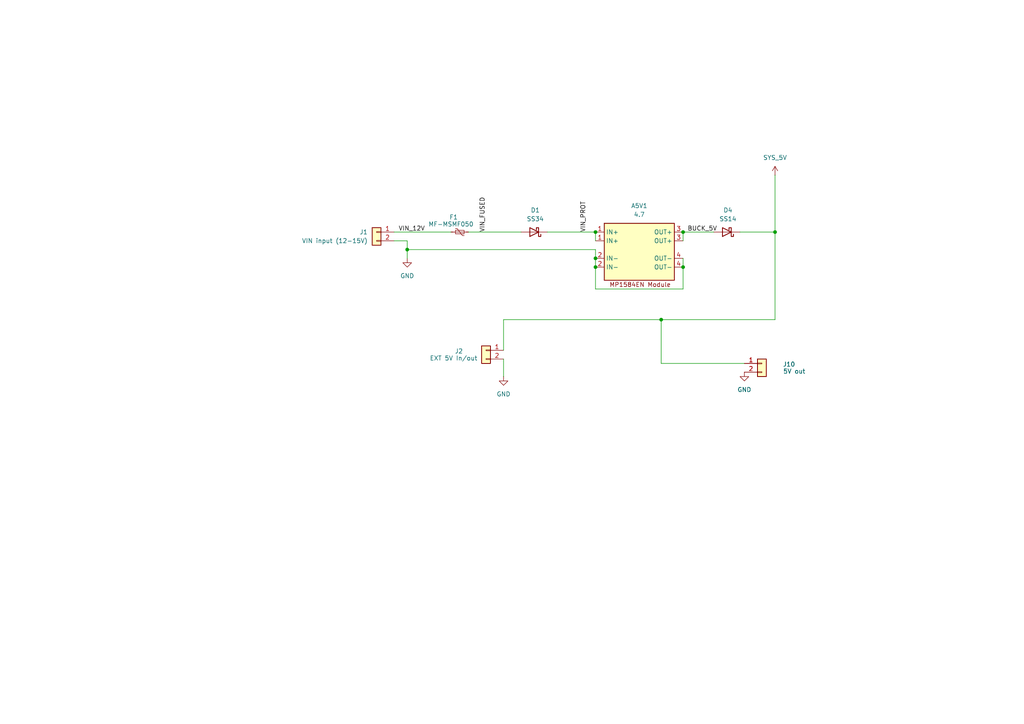
<source format=kicad_sch>
(kicad_sch
	(version 20250114)
	(generator "eeschema")
	(generator_version "9.0")
	(uuid "12ba045d-a1c2-4d90-b330-dc5da09bfddf")
	(paper "A4")
	(lib_symbols
		(symbol "Connector_Generic:Conn_01x02"
			(pin_names
				(offset 1.016)
				(hide yes)
			)
			(exclude_from_sim no)
			(in_bom yes)
			(on_board yes)
			(property "Reference" "J"
				(at 0 2.54 0)
				(effects
					(font
						(size 1.27 1.27)
					)
				)
			)
			(property "Value" "Conn_01x02"
				(at 0 -5.08 0)
				(effects
					(font
						(size 1.27 1.27)
					)
				)
			)
			(property "Footprint" ""
				(at 0 0 0)
				(effects
					(font
						(size 1.27 1.27)
					)
					(hide yes)
				)
			)
			(property "Datasheet" "~"
				(at 0 0 0)
				(effects
					(font
						(size 1.27 1.27)
					)
					(hide yes)
				)
			)
			(property "Description" "Generic connector, single row, 01x02, script generated (kicad-library-utils/schlib/autogen/connector/)"
				(at 0 0 0)
				(effects
					(font
						(size 1.27 1.27)
					)
					(hide yes)
				)
			)
			(property "ki_keywords" "connector"
				(at 0 0 0)
				(effects
					(font
						(size 1.27 1.27)
					)
					(hide yes)
				)
			)
			(property "ki_fp_filters" "Connector*:*_1x??_*"
				(at 0 0 0)
				(effects
					(font
						(size 1.27 1.27)
					)
					(hide yes)
				)
			)
			(symbol "Conn_01x02_1_1"
				(rectangle
					(start -1.27 1.27)
					(end 1.27 -3.81)
					(stroke
						(width 0.254)
						(type default)
					)
					(fill
						(type background)
					)
				)
				(rectangle
					(start -1.27 0.127)
					(end 0 -0.127)
					(stroke
						(width 0.1524)
						(type default)
					)
					(fill
						(type none)
					)
				)
				(rectangle
					(start -1.27 -2.413)
					(end 0 -2.667)
					(stroke
						(width 0.1524)
						(type default)
					)
					(fill
						(type none)
					)
				)
				(pin passive line
					(at -5.08 0 0)
					(length 3.81)
					(name "Pin_1"
						(effects
							(font
								(size 1.27 1.27)
							)
						)
					)
					(number "1"
						(effects
							(font
								(size 1.27 1.27)
							)
						)
					)
				)
				(pin passive line
					(at -5.08 -2.54 0)
					(length 3.81)
					(name "Pin_2"
						(effects
							(font
								(size 1.27 1.27)
							)
						)
					)
					(number "2"
						(effects
							(font
								(size 1.27 1.27)
							)
						)
					)
				)
			)
			(embedded_fonts no)
		)
		(symbol "Custom_Library:MP1584"
			(exclude_from_sim no)
			(in_bom yes)
			(on_board yes)
			(property "Reference" "A5V1"
				(at -10.16 2.54 0)
				(effects
					(font
						(size 1.27 1.27)
					)
				)
			)
			(property "Value" "4.7"
				(at -10.16 0 0)
				(effects
					(font
						(size 1.27 1.27)
					)
				)
			)
			(property "Footprint" "CustomLibrary:MP1584EN_Module"
				(at -8.636 -20.828 0)
				(effects
					(font
						(size 1.27 1.27)
					)
					(hide yes)
				)
			)
			(property "Datasheet" ""
				(at 0 0 0)
				(effects
					(font
						(size 1.27 1.27)
					)
					(hide yes)
				)
			)
			(property "Description" ""
				(at 0 0 0)
				(effects
					(font
						(size 1.27 1.27)
					)
					(hide yes)
				)
			)
			(property "Sim.Device" "V"
				(at 0 0 0)
				(effects
					(font
						(size 1.27 1.27)
					)
					(hide yes)
				)
			)
			(property "Sim.Type" "DC"
				(at 0 0 0)
				(effects
					(font
						(size 1.27 1.27)
					)
					(hide yes)
				)
			)
			(property "Sim.Pins" "3=+ 4=-"
				(at 0 0 0)
				(effects
					(font
						(size 1.27 1.27)
					)
					(hide yes)
				)
			)
			(symbol "MP1584_0_1"
				(rectangle
					(start -20.32 -1.27)
					(end 0 -17.78)
					(stroke
						(width 0.254)
						(type default)
					)
					(fill
						(type background)
					)
				)
			)
			(symbol "MP1584_1_1"
				(text "MP1584EN Module"
					(at -9.906 -19.05 0)
					(effects
						(font
							(size 1.27 1.27)
						)
					)
				)
				(pin power_in line
					(at -22.86 -3.81 0)
					(length 2.54)
					(name "IN+"
						(effects
							(font
								(size 1.27 1.27)
							)
						)
					)
					(number "1"
						(effects
							(font
								(size 1.27 1.27)
							)
						)
					)
				)
				(pin power_in line
					(at -22.86 -6.35 0)
					(length 2.54)
					(name "IN+"
						(effects
							(font
								(size 1.27 1.27)
							)
						)
					)
					(number "1"
						(effects
							(font
								(size 1.27 1.27)
							)
						)
					)
				)
				(pin power_in line
					(at -22.86 -11.43 0)
					(length 2.54)
					(name "IN-"
						(effects
							(font
								(size 1.27 1.27)
							)
						)
					)
					(number "2"
						(effects
							(font
								(size 1.27 1.27)
							)
						)
					)
				)
				(pin power_in line
					(at -22.86 -13.97 0)
					(length 2.54)
					(name "IN-"
						(effects
							(font
								(size 1.27 1.27)
							)
						)
					)
					(number "2"
						(effects
							(font
								(size 1.27 1.27)
							)
						)
					)
				)
				(pin power_out line
					(at 2.54 -3.81 180)
					(length 2.54)
					(name "OUT+"
						(effects
							(font
								(size 1.27 1.27)
							)
						)
					)
					(number "3"
						(effects
							(font
								(size 1.27 1.27)
							)
						)
					)
				)
				(pin power_out line
					(at 2.54 -6.35 180)
					(length 2.54)
					(name "OUT+"
						(effects
							(font
								(size 1.27 1.27)
							)
						)
					)
					(number "3"
						(effects
							(font
								(size 1.27 1.27)
							)
						)
					)
				)
				(pin power_out line
					(at 2.54 -11.43 180)
					(length 2.54)
					(name "OUT-"
						(effects
							(font
								(size 1.27 1.27)
							)
						)
					)
					(number "4"
						(effects
							(font
								(size 1.27 1.27)
							)
						)
					)
				)
				(pin power_out line
					(at 2.54 -13.97 180)
					(length 2.54)
					(name "OUT-"
						(effects
							(font
								(size 1.27 1.27)
							)
						)
					)
					(number "4"
						(effects
							(font
								(size 1.27 1.27)
							)
						)
					)
				)
			)
			(embedded_fonts no)
		)
		(symbol "Device:Polyfuse_Small"
			(pin_numbers
				(hide yes)
			)
			(pin_names
				(offset 0)
			)
			(exclude_from_sim no)
			(in_bom yes)
			(on_board yes)
			(property "Reference" "F"
				(at -1.905 0 90)
				(effects
					(font
						(size 1.27 1.27)
					)
				)
			)
			(property "Value" "Polyfuse_Small"
				(at 1.905 0 90)
				(effects
					(font
						(size 1.27 1.27)
					)
				)
			)
			(property "Footprint" ""
				(at 1.27 -5.08 0)
				(effects
					(font
						(size 1.27 1.27)
					)
					(justify left)
					(hide yes)
				)
			)
			(property "Datasheet" "~"
				(at 0 0 0)
				(effects
					(font
						(size 1.27 1.27)
					)
					(hide yes)
				)
			)
			(property "Description" "Resettable fuse, polymeric positive temperature coefficient, small symbol"
				(at 0 0 0)
				(effects
					(font
						(size 1.27 1.27)
					)
					(hide yes)
				)
			)
			(property "ki_keywords" "resettable fuse PTC PPTC polyfuse polyswitch"
				(at 0 0 0)
				(effects
					(font
						(size 1.27 1.27)
					)
					(hide yes)
				)
			)
			(property "ki_fp_filters" "*polyfuse* *PTC*"
				(at 0 0 0)
				(effects
					(font
						(size 1.27 1.27)
					)
					(hide yes)
				)
			)
			(symbol "Polyfuse_Small_0_1"
				(polyline
					(pts
						(xy -1.016 1.27) (xy -1.016 0.762) (xy 1.016 -0.762) (xy 1.016 -1.27)
					)
					(stroke
						(width 0)
						(type default)
					)
					(fill
						(type none)
					)
				)
				(rectangle
					(start -0.508 1.27)
					(end 0.508 -1.27)
					(stroke
						(width 0)
						(type default)
					)
					(fill
						(type none)
					)
				)
				(polyline
					(pts
						(xy 0 2.54) (xy 0 -2.54)
					)
					(stroke
						(width 0)
						(type default)
					)
					(fill
						(type none)
					)
				)
			)
			(symbol "Polyfuse_Small_1_1"
				(pin passive line
					(at 0 2.54 270)
					(length 0.635)
					(name "~"
						(effects
							(font
								(size 1.27 1.27)
							)
						)
					)
					(number "1"
						(effects
							(font
								(size 1.27 1.27)
							)
						)
					)
				)
				(pin passive line
					(at 0 -2.54 90)
					(length 0.635)
					(name "~"
						(effects
							(font
								(size 1.27 1.27)
							)
						)
					)
					(number "2"
						(effects
							(font
								(size 1.27 1.27)
							)
						)
					)
				)
			)
			(embedded_fonts no)
		)
		(symbol "Diode:SS14"
			(pin_numbers
				(hide yes)
			)
			(pin_names
				(offset 1.016)
				(hide yes)
			)
			(exclude_from_sim no)
			(in_bom yes)
			(on_board yes)
			(property "Reference" "D"
				(at 0 2.54 0)
				(effects
					(font
						(size 1.27 1.27)
					)
				)
			)
			(property "Value" "SS14"
				(at 0 -2.54 0)
				(effects
					(font
						(size 1.27 1.27)
					)
				)
			)
			(property "Footprint" "Diode_SMD:D_SMA"
				(at 0 -4.445 0)
				(effects
					(font
						(size 1.27 1.27)
					)
					(hide yes)
				)
			)
			(property "Datasheet" "https://www.vishay.com/docs/88746/ss12.pdf"
				(at 0 0 0)
				(effects
					(font
						(size 1.27 1.27)
					)
					(hide yes)
				)
			)
			(property "Description" "40V 1A Schottky Diode, SMA"
				(at 0 0 0)
				(effects
					(font
						(size 1.27 1.27)
					)
					(hide yes)
				)
			)
			(property "ki_keywords" "diode Schottky"
				(at 0 0 0)
				(effects
					(font
						(size 1.27 1.27)
					)
					(hide yes)
				)
			)
			(property "ki_fp_filters" "D*SMA*"
				(at 0 0 0)
				(effects
					(font
						(size 1.27 1.27)
					)
					(hide yes)
				)
			)
			(symbol "SS14_0_1"
				(polyline
					(pts
						(xy -1.905 0.635) (xy -1.905 1.27) (xy -1.27 1.27) (xy -1.27 -1.27) (xy -0.635 -1.27) (xy -0.635 -0.635)
					)
					(stroke
						(width 0.254)
						(type default)
					)
					(fill
						(type none)
					)
				)
				(polyline
					(pts
						(xy 1.27 1.27) (xy 1.27 -1.27) (xy -1.27 0) (xy 1.27 1.27)
					)
					(stroke
						(width 0.254)
						(type default)
					)
					(fill
						(type none)
					)
				)
				(polyline
					(pts
						(xy 1.27 0) (xy -1.27 0)
					)
					(stroke
						(width 0)
						(type default)
					)
					(fill
						(type none)
					)
				)
			)
			(symbol "SS14_1_1"
				(pin passive line
					(at -3.81 0 0)
					(length 2.54)
					(name "K"
						(effects
							(font
								(size 1.27 1.27)
							)
						)
					)
					(number "1"
						(effects
							(font
								(size 1.27 1.27)
							)
						)
					)
				)
				(pin passive line
					(at 3.81 0 180)
					(length 2.54)
					(name "A"
						(effects
							(font
								(size 1.27 1.27)
							)
						)
					)
					(number "2"
						(effects
							(font
								(size 1.27 1.27)
							)
						)
					)
				)
			)
			(embedded_fonts no)
		)
		(symbol "Diode:SS34"
			(pin_numbers
				(hide yes)
			)
			(pin_names
				(offset 1.016)
				(hide yes)
			)
			(exclude_from_sim no)
			(in_bom yes)
			(on_board yes)
			(property "Reference" "D"
				(at 0 2.54 0)
				(effects
					(font
						(size 1.27 1.27)
					)
				)
			)
			(property "Value" "SS34"
				(at 0 -2.54 0)
				(effects
					(font
						(size 1.27 1.27)
					)
				)
			)
			(property "Footprint" "Diode_SMD:D_SMA"
				(at 0 -4.445 0)
				(effects
					(font
						(size 1.27 1.27)
					)
					(hide yes)
				)
			)
			(property "Datasheet" "https://www.vishay.com/docs/88751/ss32.pdf"
				(at 0 0 0)
				(effects
					(font
						(size 1.27 1.27)
					)
					(hide yes)
				)
			)
			(property "Description" "40V 3A Schottky Diode, SMA"
				(at 0 0 0)
				(effects
					(font
						(size 1.27 1.27)
					)
					(hide yes)
				)
			)
			(property "ki_keywords" "diode Schottky"
				(at 0 0 0)
				(effects
					(font
						(size 1.27 1.27)
					)
					(hide yes)
				)
			)
			(property "ki_fp_filters" "D*SMA*"
				(at 0 0 0)
				(effects
					(font
						(size 1.27 1.27)
					)
					(hide yes)
				)
			)
			(symbol "SS34_0_1"
				(polyline
					(pts
						(xy -1.905 0.635) (xy -1.905 1.27) (xy -1.27 1.27) (xy -1.27 -1.27) (xy -0.635 -1.27) (xy -0.635 -0.635)
					)
					(stroke
						(width 0.254)
						(type default)
					)
					(fill
						(type none)
					)
				)
				(polyline
					(pts
						(xy 1.27 1.27) (xy 1.27 -1.27) (xy -1.27 0) (xy 1.27 1.27)
					)
					(stroke
						(width 0.254)
						(type default)
					)
					(fill
						(type none)
					)
				)
				(polyline
					(pts
						(xy 1.27 0) (xy -1.27 0)
					)
					(stroke
						(width 0)
						(type default)
					)
					(fill
						(type none)
					)
				)
			)
			(symbol "SS34_1_1"
				(pin passive line
					(at -3.81 0 0)
					(length 2.54)
					(name "K"
						(effects
							(font
								(size 1.27 1.27)
							)
						)
					)
					(number "1"
						(effects
							(font
								(size 1.27 1.27)
							)
						)
					)
				)
				(pin passive line
					(at 3.81 0 180)
					(length 2.54)
					(name "A"
						(effects
							(font
								(size 1.27 1.27)
							)
						)
					)
					(number "2"
						(effects
							(font
								(size 1.27 1.27)
							)
						)
					)
				)
			)
			(embedded_fonts no)
		)
		(symbol "power:+5V"
			(power)
			(pin_numbers
				(hide yes)
			)
			(pin_names
				(offset 0)
				(hide yes)
			)
			(exclude_from_sim no)
			(in_bom yes)
			(on_board yes)
			(property "Reference" "#PWR"
				(at 0 -3.81 0)
				(effects
					(font
						(size 1.27 1.27)
					)
					(hide yes)
				)
			)
			(property "Value" "+5V"
				(at 0 3.556 0)
				(effects
					(font
						(size 1.27 1.27)
					)
				)
			)
			(property "Footprint" ""
				(at 0 0 0)
				(effects
					(font
						(size 1.27 1.27)
					)
					(hide yes)
				)
			)
			(property "Datasheet" ""
				(at 0 0 0)
				(effects
					(font
						(size 1.27 1.27)
					)
					(hide yes)
				)
			)
			(property "Description" "Power symbol creates a global label with name \"+5V\""
				(at 0 0 0)
				(effects
					(font
						(size 1.27 1.27)
					)
					(hide yes)
				)
			)
			(property "ki_keywords" "global power"
				(at 0 0 0)
				(effects
					(font
						(size 1.27 1.27)
					)
					(hide yes)
				)
			)
			(symbol "+5V_0_1"
				(polyline
					(pts
						(xy -0.762 1.27) (xy 0 2.54)
					)
					(stroke
						(width 0)
						(type default)
					)
					(fill
						(type none)
					)
				)
				(polyline
					(pts
						(xy 0 2.54) (xy 0.762 1.27)
					)
					(stroke
						(width 0)
						(type default)
					)
					(fill
						(type none)
					)
				)
				(polyline
					(pts
						(xy 0 0) (xy 0 2.54)
					)
					(stroke
						(width 0)
						(type default)
					)
					(fill
						(type none)
					)
				)
			)
			(symbol "+5V_1_1"
				(pin power_in line
					(at 0 0 90)
					(length 0)
					(name "~"
						(effects
							(font
								(size 1.27 1.27)
							)
						)
					)
					(number "1"
						(effects
							(font
								(size 1.27 1.27)
							)
						)
					)
				)
			)
			(embedded_fonts no)
		)
		(symbol "power:GND"
			(power)
			(pin_numbers
				(hide yes)
			)
			(pin_names
				(offset 0)
				(hide yes)
			)
			(exclude_from_sim no)
			(in_bom yes)
			(on_board yes)
			(property "Reference" "#PWR"
				(at 0 -6.35 0)
				(effects
					(font
						(size 1.27 1.27)
					)
					(hide yes)
				)
			)
			(property "Value" "GND"
				(at 0 -3.81 0)
				(effects
					(font
						(size 1.27 1.27)
					)
				)
			)
			(property "Footprint" ""
				(at 0 0 0)
				(effects
					(font
						(size 1.27 1.27)
					)
					(hide yes)
				)
			)
			(property "Datasheet" ""
				(at 0 0 0)
				(effects
					(font
						(size 1.27 1.27)
					)
					(hide yes)
				)
			)
			(property "Description" "Power symbol creates a global label with name \"GND\" , ground"
				(at 0 0 0)
				(effects
					(font
						(size 1.27 1.27)
					)
					(hide yes)
				)
			)
			(property "ki_keywords" "global power"
				(at 0 0 0)
				(effects
					(font
						(size 1.27 1.27)
					)
					(hide yes)
				)
			)
			(symbol "GND_0_1"
				(polyline
					(pts
						(xy 0 0) (xy 0 -1.27) (xy 1.27 -1.27) (xy 0 -2.54) (xy -1.27 -1.27) (xy 0 -1.27)
					)
					(stroke
						(width 0)
						(type default)
					)
					(fill
						(type none)
					)
				)
			)
			(symbol "GND_1_1"
				(pin power_in line
					(at 0 0 270)
					(length 0)
					(name "~"
						(effects
							(font
								(size 1.27 1.27)
							)
						)
					)
					(number "1"
						(effects
							(font
								(size 1.27 1.27)
							)
						)
					)
				)
			)
			(embedded_fonts no)
		)
	)
	(junction
		(at 118.11 72.39)
		(diameter 0)
		(color 0 0 0 0)
		(uuid "0e527250-c9d2-49ac-9a57-ff789a55f0b5")
	)
	(junction
		(at 224.79 67.31)
		(diameter 0)
		(color 0 0 0 0)
		(uuid "657a9a8a-2616-470f-a6d2-8b4099f1d7a6")
	)
	(junction
		(at 198.12 67.31)
		(diameter 0)
		(color 0 0 0 0)
		(uuid "9cbb5fa5-80a0-42f8-9080-aefaf2fb42c4")
	)
	(junction
		(at 191.77 92.71)
		(diameter 0)
		(color 0 0 0 0)
		(uuid "a0460ab1-9509-41d2-8359-eac67ae12496")
	)
	(junction
		(at 172.72 74.93)
		(diameter 0)
		(color 0 0 0 0)
		(uuid "bf688304-de43-486c-84f0-551b31ae0cd6")
	)
	(junction
		(at 172.72 77.47)
		(diameter 0)
		(color 0 0 0 0)
		(uuid "cdf778c9-dd0e-4b8c-a930-376e4d748654")
	)
	(junction
		(at 172.72 67.31)
		(diameter 0)
		(color 0 0 0 0)
		(uuid "d9df46cc-a869-4b87-a8ed-44d53579e77b")
	)
	(junction
		(at 198.12 77.47)
		(diameter 0)
		(color 0 0 0 0)
		(uuid "e8828630-4a56-4ac7-a90b-99860b09b5a5")
	)
	(wire
		(pts
			(xy 172.72 83.82) (xy 172.72 77.47)
		)
		(stroke
			(width 0)
			(type default)
		)
		(uuid "15456ccd-62f1-4845-bce3-2815bcb0ad1a")
	)
	(wire
		(pts
			(xy 224.79 50.8) (xy 224.79 67.31)
		)
		(stroke
			(width 0)
			(type default)
		)
		(uuid "15807312-324f-41d8-bc3d-3920a38198e3")
	)
	(wire
		(pts
			(xy 172.72 72.39) (xy 118.11 72.39)
		)
		(stroke
			(width 0)
			(type default)
		)
		(uuid "1abe4a2d-a6fb-4878-ab77-6c70daa443f0")
	)
	(wire
		(pts
			(xy 198.12 74.93) (xy 198.12 77.47)
		)
		(stroke
			(width 0)
			(type default)
		)
		(uuid "33c6a107-7b80-4f5a-8fb0-d6b8c47f36b9")
	)
	(wire
		(pts
			(xy 135.89 67.31) (xy 151.13 67.31)
		)
		(stroke
			(width 0)
			(type default)
		)
		(uuid "41c682e9-61a9-4370-8abb-ded22b40145b")
	)
	(wire
		(pts
			(xy 191.77 92.71) (xy 191.77 105.41)
		)
		(stroke
			(width 0)
			(type default)
		)
		(uuid "44921bda-57ba-41b3-a004-5ba4ca914312")
	)
	(wire
		(pts
			(xy 118.11 69.85) (xy 114.3 69.85)
		)
		(stroke
			(width 0)
			(type default)
		)
		(uuid "4bf7bee9-f29f-4086-9b0c-c09e94988399")
	)
	(wire
		(pts
			(xy 198.12 67.31) (xy 207.01 67.31)
		)
		(stroke
			(width 0)
			(type default)
		)
		(uuid "4f6a5f65-ab7d-45de-9652-4ddb065dd597")
	)
	(wire
		(pts
			(xy 224.79 67.31) (xy 224.79 92.71)
		)
		(stroke
			(width 0)
			(type default)
		)
		(uuid "5b498479-6cd8-47bf-8e78-078030d989df")
	)
	(wire
		(pts
			(xy 172.72 67.31) (xy 172.72 69.85)
		)
		(stroke
			(width 0)
			(type default)
		)
		(uuid "5ff78c03-3248-4bd6-a0b5-1ddb6aa5c9b3")
	)
	(wire
		(pts
			(xy 172.72 74.93) (xy 172.72 72.39)
		)
		(stroke
			(width 0)
			(type default)
		)
		(uuid "64b495d9-4c0e-4fe2-8ae0-239abd19adfe")
	)
	(wire
		(pts
			(xy 146.05 109.22) (xy 146.05 104.14)
		)
		(stroke
			(width 0)
			(type default)
		)
		(uuid "733d1963-f322-4e12-8c48-ffdbd683e013")
	)
	(wire
		(pts
			(xy 191.77 105.41) (xy 215.9 105.41)
		)
		(stroke
			(width 0)
			(type default)
		)
		(uuid "8476a650-1122-4d11-be15-30865d2429cb")
	)
	(wire
		(pts
			(xy 118.11 74.93) (xy 118.11 72.39)
		)
		(stroke
			(width 0)
			(type default)
		)
		(uuid "8c9fbc34-7c5b-451c-aea4-4a4df35acb50")
	)
	(wire
		(pts
			(xy 172.72 77.47) (xy 172.72 74.93)
		)
		(stroke
			(width 0)
			(type default)
		)
		(uuid "986870d6-0f7a-418a-bd83-f75174ee0061")
	)
	(wire
		(pts
			(xy 214.63 67.31) (xy 224.79 67.31)
		)
		(stroke
			(width 0)
			(type default)
		)
		(uuid "9b2dbf78-304f-492b-8f66-4f0f34b54b04")
	)
	(wire
		(pts
			(xy 198.12 83.82) (xy 172.72 83.82)
		)
		(stroke
			(width 0)
			(type default)
		)
		(uuid "b07d3f7b-1e99-4756-8b77-e9fa3b5e9275")
	)
	(wire
		(pts
			(xy 158.75 67.31) (xy 172.72 67.31)
		)
		(stroke
			(width 0)
			(type default)
		)
		(uuid "b359442c-4079-4911-beb2-eecc3c1b3f5d")
	)
	(wire
		(pts
			(xy 191.77 92.71) (xy 224.79 92.71)
		)
		(stroke
			(width 0)
			(type default)
		)
		(uuid "b84a96cf-996c-4552-a4f4-adb58543a0c2")
	)
	(wire
		(pts
			(xy 198.12 67.31) (xy 198.12 69.85)
		)
		(stroke
			(width 0)
			(type default)
		)
		(uuid "ca16452d-3d1b-45e0-a676-96c2967efcfc")
	)
	(wire
		(pts
			(xy 198.12 77.47) (xy 198.12 83.82)
		)
		(stroke
			(width 0)
			(type default)
		)
		(uuid "cbae580c-85d6-4f6b-95ca-9334aa940812")
	)
	(wire
		(pts
			(xy 114.3 67.31) (xy 130.81 67.31)
		)
		(stroke
			(width 0)
			(type default)
		)
		(uuid "dc0c76ec-4ef7-4816-88e5-fd935bdf3160")
	)
	(wire
		(pts
			(xy 146.05 92.71) (xy 191.77 92.71)
		)
		(stroke
			(width 0)
			(type default)
		)
		(uuid "e192dad0-ce1e-4faf-bae7-f3a687cd7aca")
	)
	(wire
		(pts
			(xy 118.11 72.39) (xy 118.11 69.85)
		)
		(stroke
			(width 0)
			(type default)
		)
		(uuid "f4f26e3a-a5ba-423d-98bc-3808f5f11b59")
	)
	(wire
		(pts
			(xy 146.05 101.6) (xy 146.05 92.71)
		)
		(stroke
			(width 0)
			(type default)
		)
		(uuid "f55d5724-3559-4ce4-ad9c-1fa1950b94fb")
	)
	(label "VIN_FUSED"
		(at 140.97 67.31 90)
		(effects
			(font
				(size 1.27 1.27)
			)
			(justify left bottom)
		)
		(uuid "5debd9ad-a2fd-41ae-958b-0bdc0dc79697")
	)
	(label "BUCK_5V"
		(at 199.39 67.31 0)
		(effects
			(font
				(size 1.27 1.27)
			)
			(justify left bottom)
		)
		(uuid "8bfa5497-e2cf-40d0-90d9-8668f8f90377")
	)
	(label "VIN_PROT"
		(at 170.18 67.31 90)
		(effects
			(font
				(size 1.27 1.27)
			)
			(justify left bottom)
		)
		(uuid "9702566b-418f-444a-9beb-e66ce958e0c6")
	)
	(label "VIN_12V"
		(at 115.57 67.31 0)
		(effects
			(font
				(size 1.27 1.27)
			)
			(justify left bottom)
		)
		(uuid "9db0dc54-1950-47f5-8808-1ce8828ef833")
	)
	(symbol
		(lib_id "power:GND")
		(at 146.05 109.22 0)
		(mirror y)
		(unit 1)
		(exclude_from_sim no)
		(in_bom yes)
		(on_board yes)
		(dnp no)
		(fields_autoplaced yes)
		(uuid "059ed3f9-40b4-4850-9c26-9a5c27e432e5")
		(property "Reference" "#PWR04"
			(at 146.05 115.57 0)
			(effects
				(font
					(size 1.27 1.27)
				)
				(hide yes)
			)
		)
		(property "Value" "GND"
			(at 146.05 114.3 0)
			(effects
				(font
					(size 1.27 1.27)
				)
			)
		)
		(property "Footprint" ""
			(at 146.05 109.22 0)
			(effects
				(font
					(size 1.27 1.27)
				)
				(hide yes)
			)
		)
		(property "Datasheet" ""
			(at 146.05 109.22 0)
			(effects
				(font
					(size 1.27 1.27)
				)
				(hide yes)
			)
		)
		(property "Description" "Power symbol creates a global label with name \"GND\" , ground"
			(at 146.05 109.22 0)
			(effects
				(font
					(size 1.27 1.27)
				)
				(hide yes)
			)
		)
		(pin "1"
			(uuid "df6b5d29-b64c-4f42-b235-242ccb474055")
		)
		(instances
			(project "OrganUniversalMCUboard"
				(path "/941f81de-fb37-4087-b582-01c965c3f0ac/e43290ae-4e13-4f1c-8127-3c8091e43458"
					(reference "#PWR04")
					(unit 1)
				)
			)
		)
	)
	(symbol
		(lib_id "Connector_Generic:Conn_01x02")
		(at 109.22 67.31 0)
		(mirror y)
		(unit 1)
		(exclude_from_sim no)
		(in_bom yes)
		(on_board yes)
		(dnp no)
		(fields_autoplaced yes)
		(uuid "3ce343bb-fcdf-418b-a2ca-15f6b5e2ffcf")
		(property "Reference" "J1"
			(at 106.68 67.3099 0)
			(effects
				(font
					(size 1.27 1.27)
				)
				(justify left)
			)
		)
		(property "Value" "VIN input (12-15V)"
			(at 106.68 69.8499 0)
			(effects
				(font
					(size 1.27 1.27)
				)
				(justify left)
			)
		)
		(property "Footprint" "Connector_JST:JST_PH_B2B-PH-K_1x02_P2.00mm_Vertical"
			(at 109.22 67.31 0)
			(effects
				(font
					(size 1.27 1.27)
				)
				(hide yes)
			)
		)
		(property "Datasheet" "~"
			(at 109.22 67.31 0)
			(effects
				(font
					(size 1.27 1.27)
				)
				(hide yes)
			)
		)
		(property "Description" "Generic connector, single row, 01x02, script generated (kicad-library-utils/schlib/autogen/connector/)"
			(at 109.22 67.31 0)
			(effects
				(font
					(size 1.27 1.27)
				)
				(hide yes)
			)
		)
		(pin "2"
			(uuid "db1ab206-f865-4070-85c3-9b63a432b8b0")
		)
		(pin "1"
			(uuid "518108e7-f9bc-46a2-b755-d851e68fae39")
		)
		(instances
			(project "OrganUniversalMCUboard"
				(path "/941f81de-fb37-4087-b582-01c965c3f0ac/e43290ae-4e13-4f1c-8127-3c8091e43458"
					(reference "J1")
					(unit 1)
				)
			)
		)
	)
	(symbol
		(lib_id "Connector_Generic:Conn_01x02")
		(at 220.98 105.41 0)
		(unit 1)
		(exclude_from_sim no)
		(in_bom yes)
		(on_board yes)
		(dnp no)
		(uuid "584d223d-7579-49ca-bf09-1d197926ca8b")
		(property "Reference" "J10"
			(at 228.854 105.664 0)
			(effects
				(font
					(size 1.27 1.27)
				)
			)
		)
		(property "Value" "5V out"
			(at 230.378 107.696 0)
			(effects
				(font
					(size 1.27 1.27)
				)
			)
		)
		(property "Footprint" "Connector_JST:JST_PH_B2B-PH-K_1x02_P2.00mm_Vertical"
			(at 220.98 105.41 0)
			(effects
				(font
					(size 1.27 1.27)
				)
				(hide yes)
			)
		)
		(property "Datasheet" "~"
			(at 220.98 105.41 0)
			(effects
				(font
					(size 1.27 1.27)
				)
				(hide yes)
			)
		)
		(property "Description" "Generic connector, single row, 01x02, script generated (kicad-library-utils/schlib/autogen/connector/)"
			(at 220.98 105.41 0)
			(effects
				(font
					(size 1.27 1.27)
				)
				(hide yes)
			)
		)
		(pin "2"
			(uuid "559edcaa-b075-4654-94a3-6bf6c243273c")
		)
		(pin "1"
			(uuid "07a4e82a-bb0a-420b-bfcd-bfe1b009695a")
		)
		(instances
			(project "OrganUniversalMCUboard"
				(path "/941f81de-fb37-4087-b582-01c965c3f0ac/e43290ae-4e13-4f1c-8127-3c8091e43458"
					(reference "J10")
					(unit 1)
				)
			)
		)
	)
	(symbol
		(lib_id "Device:Polyfuse_Small")
		(at 133.35 67.31 270)
		(mirror x)
		(unit 1)
		(exclude_from_sim no)
		(in_bom yes)
		(on_board yes)
		(dnp no)
		(uuid "7968d9af-1e40-4b7d-aa0f-462168e058b9")
		(property "Reference" "F1"
			(at 131.572 62.992 90)
			(effects
				(font
					(size 1.27 1.27)
				)
			)
		)
		(property "Value" "MF-MSMF050"
			(at 130.81 65.024 90)
			(effects
				(font
					(size 1.27 1.27)
				)
			)
		)
		(property "Footprint" "Fuse:Fuse_1812_4532Metric"
			(at 128.27 66.04 0)
			(effects
				(font
					(size 1.27 1.27)
				)
				(justify left)
				(hide yes)
			)
		)
		(property "Datasheet" "~"
			(at 133.35 67.31 0)
			(effects
				(font
					(size 1.27 1.27)
				)
				(hide yes)
			)
		)
		(property "Description" "Resettable fuse, polymeric positive temperature coefficient, small symbol"
			(at 133.35 67.31 0)
			(effects
				(font
					(size 1.27 1.27)
				)
				(hide yes)
			)
		)
		(pin "2"
			(uuid "73b21807-f898-47c2-89c5-902878378cf2")
		)
		(pin "1"
			(uuid "8988d2c4-fc65-4aa8-a6af-560af392c2a1")
		)
		(instances
			(project "OrganUniversalMCUboard"
				(path "/941f81de-fb37-4087-b582-01c965c3f0ac/e43290ae-4e13-4f1c-8127-3c8091e43458"
					(reference "F1")
					(unit 1)
				)
			)
		)
	)
	(symbol
		(lib_id "Diode:SS14")
		(at 210.82 67.31 180)
		(unit 1)
		(exclude_from_sim no)
		(in_bom yes)
		(on_board yes)
		(dnp no)
		(fields_autoplaced yes)
		(uuid "7fb1a8b8-b38b-46a1-8bb6-9ef652ac7dd8")
		(property "Reference" "D4"
			(at 211.1375 60.96 0)
			(effects
				(font
					(size 1.27 1.27)
				)
			)
		)
		(property "Value" "SS14"
			(at 211.1375 63.5 0)
			(effects
				(font
					(size 1.27 1.27)
				)
			)
		)
		(property "Footprint" "Diode_SMD:D_SMA"
			(at 210.82 62.865 0)
			(effects
				(font
					(size 1.27 1.27)
				)
				(hide yes)
			)
		)
		(property "Datasheet" "https://www.vishay.com/docs/88746/ss12.pdf"
			(at 210.82 67.31 0)
			(effects
				(font
					(size 1.27 1.27)
				)
				(hide yes)
			)
		)
		(property "Description" "40V 1A Schottky Diode, SMA"
			(at 210.82 67.31 0)
			(effects
				(font
					(size 1.27 1.27)
				)
				(hide yes)
			)
		)
		(pin "1"
			(uuid "937e3548-1bd7-423f-aebe-bbacb380cea4")
		)
		(pin "2"
			(uuid "9e6447bf-ef78-47d5-b9de-c9665f00cb17")
		)
		(instances
			(project ""
				(path "/941f81de-fb37-4087-b582-01c965c3f0ac/e43290ae-4e13-4f1c-8127-3c8091e43458"
					(reference "D4")
					(unit 1)
				)
			)
		)
	)
	(symbol
		(lib_id "power:+5V")
		(at 224.79 50.8 0)
		(unit 1)
		(exclude_from_sim no)
		(in_bom yes)
		(on_board yes)
		(dnp no)
		(fields_autoplaced yes)
		(uuid "84f4aef3-7065-40e4-a761-5d9841dfe1e3")
		(property "Reference" "#PWR06"
			(at 224.79 54.61 0)
			(effects
				(font
					(size 1.27 1.27)
				)
				(hide yes)
			)
		)
		(property "Value" "SYS_5V"
			(at 224.79 45.72 0)
			(effects
				(font
					(size 1.27 1.27)
				)
			)
		)
		(property "Footprint" ""
			(at 224.79 50.8 0)
			(effects
				(font
					(size 1.27 1.27)
				)
				(hide yes)
			)
		)
		(property "Datasheet" ""
			(at 224.79 50.8 0)
			(effects
				(font
					(size 1.27 1.27)
				)
				(hide yes)
			)
		)
		(property "Description" "Power symbol creates a global label with name \"+5V\""
			(at 224.79 50.8 0)
			(effects
				(font
					(size 1.27 1.27)
				)
				(hide yes)
			)
		)
		(pin "1"
			(uuid "de521264-7385-4943-b532-3a413252970c")
		)
		(instances
			(project "OrganUniversalMCUboard"
				(path "/941f81de-fb37-4087-b582-01c965c3f0ac/e43290ae-4e13-4f1c-8127-3c8091e43458"
					(reference "#PWR06")
					(unit 1)
				)
			)
		)
	)
	(symbol
		(lib_id "Custom_Library:MP1584")
		(at 195.58 63.5 0)
		(unit 1)
		(exclude_from_sim no)
		(in_bom yes)
		(on_board yes)
		(dnp no)
		(fields_autoplaced yes)
		(uuid "9741ae65-a17c-49b3-aab9-31ca9293fd09")
		(property "Reference" "A5V1"
			(at 185.42 59.69 0)
			(effects
				(font
					(size 1.27 1.27)
				)
			)
		)
		(property "Value" "4.7"
			(at 185.42 62.23 0)
			(effects
				(font
					(size 1.27 1.27)
				)
			)
		)
		(property "Footprint" "CustomLibrary:MP1584EN_Module"
			(at 186.944 84.328 0)
			(effects
				(font
					(size 1.27 1.27)
				)
				(hide yes)
			)
		)
		(property "Datasheet" ""
			(at 195.58 63.5 0)
			(effects
				(font
					(size 1.27 1.27)
				)
				(hide yes)
			)
		)
		(property "Description" ""
			(at 195.58 63.5 0)
			(effects
				(font
					(size 1.27 1.27)
				)
				(hide yes)
			)
		)
		(property "Sim.Device" "V"
			(at 195.58 63.5 0)
			(effects
				(font
					(size 1.27 1.27)
				)
				(hide yes)
			)
		)
		(property "Sim.Type" "DC"
			(at 195.58 63.5 0)
			(effects
				(font
					(size 1.27 1.27)
				)
				(hide yes)
			)
		)
		(property "Sim.Pins" "3=+ 4=-"
			(at 195.58 63.5 0)
			(effects
				(font
					(size 1.27 1.27)
				)
				(hide yes)
			)
		)
		(pin "1"
			(uuid "ba3e6d3a-22a4-4ae6-b123-8307c5132069")
		)
		(pin "3"
			(uuid "6db1fae0-cc5f-400f-b0d2-518357489708")
		)
		(pin "4"
			(uuid "dc69f21b-e56a-4244-a03d-ece464b9edac")
		)
		(pin "2"
			(uuid "9ce67f2f-90af-439e-83e5-c76ad1c8183c")
		)
		(pin "2"
			(uuid "56e0779d-74bd-493c-81a1-90c0bd86a00f")
		)
		(pin "1"
			(uuid "1ed1409b-8009-4310-8c35-a6ed5d453475")
		)
		(pin "3"
			(uuid "f4102e7a-2490-426b-a534-866d847be41e")
		)
		(pin "4"
			(uuid "e714c6b4-4d80-4bdf-94ec-0091f4aa0194")
		)
		(instances
			(project "OrganUniversalMCUboard"
				(path "/941f81de-fb37-4087-b582-01c965c3f0ac/e43290ae-4e13-4f1c-8127-3c8091e43458"
					(reference "A5V1")
					(unit 1)
				)
			)
		)
	)
	(symbol
		(lib_id "power:GND")
		(at 215.9 107.95 0)
		(mirror y)
		(unit 1)
		(exclude_from_sim no)
		(in_bom yes)
		(on_board yes)
		(dnp no)
		(fields_autoplaced yes)
		(uuid "9c13a51a-7a19-4016-9c65-eff2e16f5941")
		(property "Reference" "#PWR029"
			(at 215.9 114.3 0)
			(effects
				(font
					(size 1.27 1.27)
				)
				(hide yes)
			)
		)
		(property "Value" "GND"
			(at 215.9 113.03 0)
			(effects
				(font
					(size 1.27 1.27)
				)
			)
		)
		(property "Footprint" ""
			(at 215.9 107.95 0)
			(effects
				(font
					(size 1.27 1.27)
				)
				(hide yes)
			)
		)
		(property "Datasheet" ""
			(at 215.9 107.95 0)
			(effects
				(font
					(size 1.27 1.27)
				)
				(hide yes)
			)
		)
		(property "Description" "Power symbol creates a global label with name \"GND\" , ground"
			(at 215.9 107.95 0)
			(effects
				(font
					(size 1.27 1.27)
				)
				(hide yes)
			)
		)
		(pin "1"
			(uuid "0b0e8386-2431-49fb-9c4f-ba92f8cdf30a")
		)
		(instances
			(project "OrganUniversalMCUboard"
				(path "/941f81de-fb37-4087-b582-01c965c3f0ac/e43290ae-4e13-4f1c-8127-3c8091e43458"
					(reference "#PWR029")
					(unit 1)
				)
			)
		)
	)
	(symbol
		(lib_id "Diode:SS34")
		(at 154.94 67.31 180)
		(unit 1)
		(exclude_from_sim no)
		(in_bom yes)
		(on_board yes)
		(dnp no)
		(fields_autoplaced yes)
		(uuid "a0c8d9f8-5fc2-4bef-ba40-e7fc54a83564")
		(property "Reference" "D1"
			(at 155.2575 60.96 0)
			(effects
				(font
					(size 1.27 1.27)
				)
			)
		)
		(property "Value" "SS34"
			(at 155.2575 63.5 0)
			(effects
				(font
					(size 1.27 1.27)
				)
			)
		)
		(property "Footprint" "Diode_SMD:D_SMA"
			(at 154.94 62.865 0)
			(effects
				(font
					(size 1.27 1.27)
				)
				(hide yes)
			)
		)
		(property "Datasheet" "https://www.vishay.com/docs/88751/ss32.pdf"
			(at 154.94 67.31 0)
			(effects
				(font
					(size 1.27 1.27)
				)
				(hide yes)
			)
		)
		(property "Description" "40V 3A Schottky Diode, SMA"
			(at 154.94 67.31 0)
			(effects
				(font
					(size 1.27 1.27)
				)
				(hide yes)
			)
		)
		(pin "1"
			(uuid "7dd38ac4-67f7-4136-a922-64f1042c6ce7")
		)
		(pin "2"
			(uuid "d8bb6730-9d3b-4f82-bd3d-ee3bed7ae494")
		)
		(instances
			(project ""
				(path "/941f81de-fb37-4087-b582-01c965c3f0ac/e43290ae-4e13-4f1c-8127-3c8091e43458"
					(reference "D1")
					(unit 1)
				)
			)
		)
	)
	(symbol
		(lib_id "power:GND")
		(at 118.11 74.93 0)
		(mirror y)
		(unit 1)
		(exclude_from_sim no)
		(in_bom yes)
		(on_board yes)
		(dnp no)
		(fields_autoplaced yes)
		(uuid "a9898e52-15b2-46e0-9d3b-a6fa2f9e66d8")
		(property "Reference" "#PWR05"
			(at 118.11 81.28 0)
			(effects
				(font
					(size 1.27 1.27)
				)
				(hide yes)
			)
		)
		(property "Value" "GND"
			(at 118.11 80.01 0)
			(effects
				(font
					(size 1.27 1.27)
				)
			)
		)
		(property "Footprint" ""
			(at 118.11 74.93 0)
			(effects
				(font
					(size 1.27 1.27)
				)
				(hide yes)
			)
		)
		(property "Datasheet" ""
			(at 118.11 74.93 0)
			(effects
				(font
					(size 1.27 1.27)
				)
				(hide yes)
			)
		)
		(property "Description" "Power symbol creates a global label with name \"GND\" , ground"
			(at 118.11 74.93 0)
			(effects
				(font
					(size 1.27 1.27)
				)
				(hide yes)
			)
		)
		(pin "1"
			(uuid "b0495c20-603a-4bee-ad8c-4ea04e1d2a36")
		)
		(instances
			(project "OrganUniversalMCUboard"
				(path "/941f81de-fb37-4087-b582-01c965c3f0ac/e43290ae-4e13-4f1c-8127-3c8091e43458"
					(reference "#PWR05")
					(unit 1)
				)
			)
		)
	)
	(symbol
		(lib_id "Connector_Generic:Conn_01x02")
		(at 140.97 101.6 0)
		(mirror y)
		(unit 1)
		(exclude_from_sim no)
		(in_bom yes)
		(on_board yes)
		(dnp no)
		(uuid "b0c0ffdd-ed42-4a01-86bf-c8217dd84129")
		(property "Reference" "J2"
			(at 133.096 101.854 0)
			(effects
				(font
					(size 1.27 1.27)
				)
			)
		)
		(property "Value" "EXT 5V In/out"
			(at 131.572 103.886 0)
			(effects
				(font
					(size 1.27 1.27)
				)
			)
		)
		(property "Footprint" "Connector_JST:JST_PH_B2B-PH-K_1x02_P2.00mm_Vertical"
			(at 140.97 101.6 0)
			(effects
				(font
					(size 1.27 1.27)
				)
				(hide yes)
			)
		)
		(property "Datasheet" "~"
			(at 140.97 101.6 0)
			(effects
				(font
					(size 1.27 1.27)
				)
				(hide yes)
			)
		)
		(property "Description" "Generic connector, single row, 01x02, script generated (kicad-library-utils/schlib/autogen/connector/)"
			(at 140.97 101.6 0)
			(effects
				(font
					(size 1.27 1.27)
				)
				(hide yes)
			)
		)
		(pin "2"
			(uuid "96eb79ec-7a82-4742-85d4-4bcb1bc33251")
		)
		(pin "1"
			(uuid "df22700b-c60d-4457-8de1-8d2f8a16d4ac")
		)
		(instances
			(project "OrganUniversalMCUboard"
				(path "/941f81de-fb37-4087-b582-01c965c3f0ac/e43290ae-4e13-4f1c-8127-3c8091e43458"
					(reference "J2")
					(unit 1)
				)
			)
		)
	)
)

</source>
